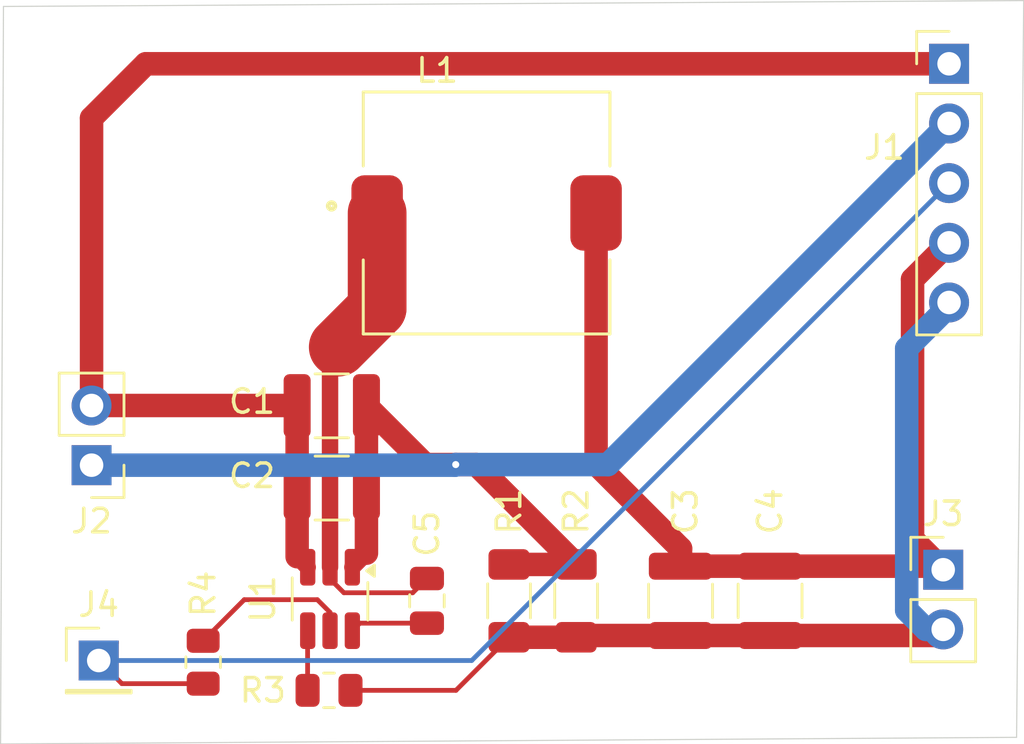
<source format=kicad_pcb>
(kicad_pcb (version 20241229) (generator "pcbnew") (generator_version "9.0")
  (layers (0 "F.Cu" signal) (2 "B.Cu" signal) (13 "F.Paste" user) (15 "B.Paste" user) (5 "F.SilkS" user "F.Silkscreen") (7 "B.SilkS" user "B.Silkscreen") (1 "F.Mask" user) (3 "B.Mask" user) (25 "Edge.Cuts" user))
  (net 0 "")
  (net 1 "GND")
  (net 2 "VIN+")
  (net 3 "LED+")
  (net 4 "Net-(U1-BST)")
  (net 5 "Net-(U1-SW)")
  (net 6 "LED-")
  (net 7 "DIM")
  (net 8 "Net-(U1-FB)")
  (net 9 "Net-(U1-EN{slash}DIM)")
  (footprint "Resistor_SMD:R_1206_3216Metric_Pad1.30x1.75mm_HandSolder" (layer "F.Cu") (at 171.77 114.3 90)
    (property "Reference" "R1" (at 3.81 0 90) (layer "F.SilkS"))
    (property "Value" "0.1")
    (fp_line (start -0.727064 -0.91) (end 0.727064 -0.91) (stroke (width 0.12)) (layer "F.SilkS"))
    (fp_line (start -0.727064 0.91) (end 0.727064 0.91) (stroke (width 0.12)) (layer "F.SilkS"))
    (pad "1" smd roundrect (at -1.55 0 90) (size 1.3 1.75) (layers "F.Cu" "F.Mask" "F.Paste") (roundrect_rratio 0.192308) (net 6 "LED-"))
    (pad "2" smd roundrect (at 1.55 0 90) (size 1.3 1.75) (layers "F.Cu" "F.Mask" "F.Paste") (roundrect_rratio 0.192308) (net 1 "GND"))
  )
  (footprint "Resistor_SMD:R_1206_3216Metric_Pad1.30x1.75mm_HandSolder" (layer "F.Cu") (at 174.625 114.3 90)
    (property "Reference" "R2" (at 3.81 0 90) (layer "F.SilkS"))
    (property "Value" "0.2")
    (fp_line (start -0.727064 -0.91) (end 0.727064 -0.91) (stroke (width 0.12)) (layer "F.SilkS"))
    (fp_line (start -0.727064 0.91) (end 0.727064 0.91) (stroke (width 0.12)) (layer "F.SilkS"))
    (pad "1" smd roundrect (at -1.55 0 90) (size 1.3 1.75) (layers "F.Cu" "F.Mask" "F.Paste") (roundrect_rratio 0.192308) (net 6 "LED-"))
    (pad "2" smd roundrect (at 1.55 0 90) (size 1.3 1.75) (layers "F.Cu" "F.Mask" "F.Paste") (roundrect_rratio 0.192308) (net 1 "GND"))
  )
  (footprint "Capacitor_SMD:C_1210_3225Metric" (layer "F.Cu") (at 164.225 106)
    (property "Reference" "C1" (at -3.395 -0.185 0) (layer "F.SilkS"))
    (property "Value" "10uF")
    (fp_line (start -0.711252 -1.36) (end 0.711252 -1.36) (stroke (width 0.12)) (layer "F.SilkS"))
    (fp_line (start -0.711252 1.36) (end 0.711252 1.36) (stroke (width 0.12)) (layer "F.SilkS"))
    (pad "1" smd roundrect (at -1.475 0) (size 1.15 2.7) (layers "F.Cu" "F.Mask" "F.Paste") (roundrect_rratio 0.217391) (net 2 "VIN+"))
    (pad "2" smd roundrect (at 1.475 0) (size 1.15 2.7) (layers "F.Cu" "F.Mask" "F.Paste") (roundrect_rratio 0.217391) (net 1 "GND"))
  )
  (footprint "Inductor_SMD:SRR1050A" (layer "F.Cu") (at 170.815 97.79)
    (property "Reference" "L1" (at -2.10552 -6.06652 0) (layer "F.SilkS") (effects (font (size 1.000252 1.000252))))
    (property "Value" "10uH")
    (fp_line (start -5.25 -5.15) (end -5.25 -2) (stroke (width 0.127)) (layer "F.SilkS"))
    (fp_line (start -5.25 -5.15) (end 5.25 -5.15) (stroke (width 0.127)) (layer "F.SilkS"))
    (fp_line (start -5.25 2) (end -5.25 5.15) (stroke (width 0.127)) (layer "F.SilkS"))
    (fp_line (start -5.25 5.15) (end 5.25 5.15) (stroke (width 0.127)) (layer "F.SilkS"))
    (fp_line (start 5.25 -5.15) (end 5.25 -2) (stroke (width 0.127)) (layer "F.SilkS"))
    (fp_line (start 5.25 2) (end 5.25 5.15) (stroke (width 0.127)) (layer "F.SilkS"))
    (fp_circle (center -6.6 -0.3) (end -6.458581 -0.3) (stroke (width 0.2)) (fill no) (layer "F.SilkS"))
    (pad "1" smd roundrect (at -4.66 0) (size 2.19 3.21) (layers "F.Cu" "F.Mask" "F.Paste") (net 5 "Net-(U1-SW)"))
    (pad "2" smd roundrect (at 4.66 0) (size 2.19 3.21) (layers "F.Cu" "F.Mask" "F.Paste") (net 3 "LED+"))
  )
  (footprint "Capacitor_SMD:C_1210_3225Metric" (layer "F.Cu") (at 182.88 114.3 -90)
    (property "Reference" "C4" (at -3.81 0 90) (layer "F.SilkS"))
    (property "Value" "10uF")
    (fp_line (start -0.711252 1.36) (end 0.711252 1.36) (stroke (width 0.12)) (layer "F.SilkS"))
    (fp_line (start -0.711252 -1.36) (end 0.711252 -1.36) (stroke (width 0.12)) (layer "F.SilkS"))
    (pad "1" smd roundrect (at -1.475 0 270) (size 1.15 2.7) (layers "F.Cu" "F.Mask" "F.Paste") (roundrect_rratio 0.217391) (net 3 "LED+"))
    (pad "2" smd roundrect (at 1.475 0 270) (size 1.15 2.7) (layers "F.Cu" "F.Mask" "F.Paste") (roundrect_rratio 0.217391) (net 6 "LED-"))
  )
  (footprint "Connector_PinHeader_2.54mm:PinHeader_1x05_P2.54mm_Vertical" (layer "F.Cu") (at 190.5 91.44)
    (property "Reference" "J1" (at -2.75 3.56 0) (layer "F.SilkS"))
    (property "Value" "InOut")
    (fp_line (start -1.38 -1.38) (end 0 -1.38) (stroke (width 0.12)) (layer "F.SilkS"))
    (fp_line (start -1.38 0) (end -1.38 -1.38) (stroke (width 0.12)) (layer "F.SilkS"))
    (fp_line (start -1.38 1.27) (end -1.38 11.54) (stroke (width 0.12)) (layer "F.SilkS"))
    (fp_line (start -1.38 1.27) (end 1.38 1.27) (stroke (width 0.12)) (layer "F.SilkS"))
    (fp_line (start -1.38 11.54) (end 1.38 11.54) (stroke (width 0.12)) (layer "F.SilkS"))
    (fp_line (start 1.38 1.27) (end 1.38 11.54) (stroke (width 0.12)) (layer "F.SilkS"))
    (pad "1" thru_hole rect (at 0 0) (size 1.7 1.7) (drill 1) (layers "*.Cu" "*.Mask") (net 2 "VIN+"))
    (pad "2" thru_hole circle (at 0 2.54) (size 1.7 1.7) (drill 1) (layers "*.Cu" "*.Mask") (net 1 "GND"))
    (pad "3" thru_hole circle (at 0 5.08) (size 1.7 1.7) (drill 1) (layers "*.Cu" "*.Mask") (net 7 "DIM"))
    (pad "4" thru_hole circle (at 0 7.62) (size 1.7 1.7) (drill 1) (layers "*.Cu" "*.Mask") (net 3 "LED+"))
    (pad "5" thru_hole circle (at 0 10.16) (size 1.7 1.7) (drill 1) (layers "*.Cu" "*.Mask") (net 6 "LED-"))
  )
  (footprint "Connector_PinHeader_2.54mm:PinHeader_1x02_P2.54mm_Vertical" (layer "F.Cu") (at 154 108.525 180)
    (property "Reference" "J2" (at 0 -2.38 0) (layer "F.SilkS"))
    (property "Value" "Input")
    (fp_line (start 1.38 1.27) (end 1.38 3.92) (stroke (width 0.12)) (layer "F.SilkS"))
    (fp_line (start -1.38 3.92) (end 1.38 3.92) (stroke (width 0.12)) (layer "F.SilkS"))
    (fp_line (start -1.38 1.27) (end 1.38 1.27) (stroke (width 0.12)) (layer "F.SilkS"))
    (fp_line (start -1.38 1.27) (end -1.38 3.92) (stroke (width 0.12)) (layer "F.SilkS"))
    (fp_line (start -1.38 0) (end -1.38 -1.38) (stroke (width 0.12)) (layer "F.SilkS"))
    (fp_line (start -1.38 -1.38) (end 0 -1.38) (stroke (width 0.12)) (layer "F.SilkS"))
    (pad "1" thru_hole rect (at 0 0 180) (size 1.7 1.7) (drill 1) (layers "*.Cu" "*.Mask") (net 1 "GND"))
    (pad "2" thru_hole circle (at 0 2.54 180) (size 1.7 1.7) (drill 1) (layers "*.Cu" "*.Mask") (net 2 "VIN+"))
  )
  (footprint "Capacitor_SMD:C_0805_2012Metric" (layer "F.Cu") (at 168.275 114.3 90)
    (property "Reference" "C5" (at 2.855 0 90) (layer "F.SilkS"))
    (property "Value" "10nF")
    (fp_line (start -0.261252 -0.735) (end 0.261252 -0.735) (stroke (width 0.12)) (layer "F.SilkS"))
    (fp_line (start -0.261252 0.735) (end 0.261252 0.735) (stroke (width 0.12)) (layer "F.SilkS"))
    (pad "1" smd roundrect (at -0.95 0 90) (size 1 1.45) (layers "F.Cu" "F.Mask" "F.Paste") (net 4 "Net-(U1-BST)"))
    (pad "2" smd roundrect (at 0.95 0 90) (size 1 1.45) (layers "F.Cu" "F.Mask" "F.Paste") (net 5 "Net-(U1-SW)"))
  )
  (footprint "Capacitor_SMD:C_1210_3225Metric" (layer "F.Cu") (at 164.225 109.5)
    (property "Reference" "C2" (at -3.395 -0.525 0) (layer "F.SilkS"))
    (property "Value" "10uF")
    (fp_line (start -0.711252 -1.36) (end 0.711252 -1.36) (stroke (width 0.12)) (layer "F.SilkS"))
    (fp_line (start -0.711252 1.36) (end 0.711252 1.36) (stroke (width 0.12)) (layer "F.SilkS"))
    (pad "1" smd roundrect (at -1.475 0) (size 1.15 2.7) (layers "F.Cu" "F.Mask" "F.Paste") (roundrect_rratio 0.217391) (net 2 "VIN+"))
    (pad "2" smd roundrect (at 1.475 0) (size 1.15 2.7) (layers "F.Cu" "F.Mask" "F.Paste") (roundrect_rratio 0.217391) (net 1 "GND"))
  )
  (footprint "Resistor_SMD:R_0805_2012Metric" (layer "F.Cu") (at 158.75 116.9125 90)
    (property "Reference" "R4" (at 2.9125 0 90) (layer "F.SilkS"))
    (property "Value" "1K")
    (fp_line (start -0.227064 -0.735) (end 0.227064 -0.735) (stroke (width 0.12)) (layer "F.SilkS"))
    (fp_line (start -0.227064 0.735) (end 0.227064 0.735) (stroke (width 0.12)) (layer "F.SilkS"))
    (pad "1" smd roundrect (at -0.9125 0 90) (size 1.025 1.4) (layers "F.Cu" "F.Mask" "F.Paste") (roundrect_rratio 0.243902) (net 7 "DIM"))
    (pad "2" smd roundrect (at 0.9125 0 90) (size 1.025 1.4) (layers "F.Cu" "F.Mask" "F.Paste") (roundrect_rratio 0.243902) (net 9 "Net-(U1-EN{slash}DIM)"))
  )
  (footprint "Connector_PinHeader_2.54mm:PinHeader_1x02_P2.54mm_Vertical" (layer "F.Cu") (at 190.25 112.975)
    (property "Reference" "J3" (at 0 -2.38 0) (layer "F.SilkS"))
    (property "Value" "Output")
    (fp_line (start -1.38 -1.38) (end 0 -1.38) (stroke (width 0.12)) (layer "F.SilkS"))
    (fp_line (start -1.38 0) (end -1.38 -1.38) (stroke (width 0.12)) (layer "F.SilkS"))
    (fp_line (start -1.38 1.27) (end -1.38 3.92) (stroke (width 0.12)) (layer "F.SilkS"))
    (fp_line (start -1.38 1.27) (end 1.38 1.27) (stroke (width 0.12)) (layer "F.SilkS"))
    (fp_line (start -1.38 3.92) (end 1.38 3.92) (stroke (width 0.12)) (layer "F.SilkS"))
    (fp_line (start 1.38 1.27) (end 1.38 3.92) (stroke (width 0.12)) (layer "F.SilkS"))
    (pad "1" thru_hole rect (at 0 0) (size 1.7 1.7) (drill 1) (layers "*.Cu" "*.Mask") (net 3 "LED+"))
    (pad "2" thru_hole circle (at 0 2.54) (size 1.7 1.7) (drill 1) (layers "*.Cu" "*.Mask") (net 6 "LED-"))
  )
  (footprint "Package_TO_SOT_SMD:SOT-23-6_Handsoldering" (layer "F.Cu") (at 164.15 114.22 -90)
    (property "Reference" "U1" (at 0 2.86 90) (layer "F.SilkS"))
    (property "Value" "MP2410")
    (fp_line (start -0.9 1.61) (end 0.9 1.61) (stroke (width 0.12)) (layer "F.SilkS"))
    (fp_line (start 0.1 -1.61) (end -0.7 -1.61) (stroke (width 0.12)) (layer "F.SilkS"))
    (fp_line (start 0.1 -1.61) (end 0.9 -1.61) (stroke (width 0.12)) (layer "F.SilkS"))
    (fp_poly (pts (xy -1.2 -1.56) (xy -1.44 -1.89) (xy -0.96 -1.89) (xy -1.2 -1.56)) (stroke (width 0.12)) (fill yes) (layer "F.SilkS"))
    (pad "1" smd roundrect (at -1.35 -0.95 270) (size 1.56 0.65) (layers "F.Cu" "F.Mask" "F.Paste") (net 1 "GND"))
    (pad "2" smd roundrect (at -1.35 0 270) (size 1.56 0.65) (layers "F.Cu" "F.Mask" "F.Paste") (net 5 "Net-(U1-SW)"))
    (pad "3" smd roundrect (at -1.35 0.95 270) (size 1.56 0.65) (layers "F.Cu" "F.Mask" "F.Paste") (net 2 "VIN+"))
    (pad "4" smd roundrect (at 1.35 0.95 270) (size 1.56 0.65) (layers "F.Cu" "F.Mask" "F.Paste") (net 8 "Net-(U1-FB)"))
    (pad "5" smd roundrect (at 1.35 0 270) (size 1.56 0.65) (layers "F.Cu" "F.Mask" "F.Paste") (net 9 "Net-(U1-EN{slash}DIM)"))
    (pad "6" smd roundrect (at 1.35 -0.95 270) (size 1.56 0.65) (layers "F.Cu" "F.Mask" "F.Paste") (net 4 "Net-(U1-BST)"))
  )
  (footprint "Resistor_SMD:R_0805_2012Metric" (layer "F.Cu") (at 164.1075 118.11 180)
    (property "Reference" "R3" (at 2.8175 0 0) (layer "F.SilkS"))
    (property "Value" "1K")
    (fp_line (start -0.227064 0.735) (end 0.227064 0.735) (stroke (width 0.12)) (layer "F.SilkS"))
    (fp_line (start -0.227064 -0.735) (end 0.227064 -0.735) (stroke (width 0.12)) (layer "F.SilkS"))
    (pad "1" smd roundrect (at -0.9125 0 180) (size 1.025 1.4) (layers "F.Cu" "F.Mask" "F.Paste") (roundrect_rratio 0.243902) (net 6 "LED-"))
    (pad "2" smd roundrect (at 0.9125 0 180) (size 1.025 1.4) (layers "F.Cu" "F.Mask" "F.Paste") (roundrect_rratio 0.243902) (net 8 "Net-(U1-FB)"))
  )
  (footprint "Capacitor_SMD:C_1210_3225Metric" (layer "F.Cu") (at 179.07 114.3 -90)
    (property "Reference" "C3" (at -3.81 -0.2 90) (layer "F.SilkS"))
    (property "Value" "10uF")
    (fp_line (start -0.711252 1.36) (end 0.711252 1.36) (stroke (width 0.12)) (layer "F.SilkS"))
    (fp_line (start -0.711252 -1.36) (end 0.711252 -1.36) (stroke (width 0.12)) (layer "F.SilkS"))
    (pad "1" smd roundrect (at -1.475 0 270) (size 1.15 2.7) (layers "F.Cu" "F.Mask" "F.Paste") (roundrect_rratio 0.217391) (net 3 "LED+"))
    (pad "2" smd roundrect (at 1.475 0 270) (size 1.15 2.7) (layers "F.Cu" "F.Mask" "F.Paste") (roundrect_rratio 0.217391) (net 6 "LED-"))
  )
  (footprint "Connector_PinHeader_2.54mm:PinHeader_1x01_P2.54mm_Vertical" (layer "F.Cu") (at 154.305 116.84)
    (property "Reference" "J4" (at 0 -2.38 0) (layer "F.SilkS"))
    (property "Value" "Dim")
    (fp_line (start -1.38 -1.38) (end 0 -1.38) (stroke (width 0.12)) (layer "F.SilkS"))
    (fp_line (start -1.38 0) (end -1.38 -1.38) (stroke (width 0.12)) (layer "F.SilkS"))
    (fp_line (start -1.38 1.27) (end -1.38 1.38) (stroke (width 0.12)) (layer "F.SilkS"))
    (fp_line (start -1.38 1.27) (end 1.38 1.27) (stroke (width 0.12)) (layer "F.SilkS"))
    (fp_line (start -1.38 1.38) (end 1.38 1.38) (stroke (width 0.12)) (layer "F.SilkS"))
    (fp_line (start 1.38 1.27) (end 1.38 1.38) (stroke (width 0.12)) (layer "F.SilkS"))
    (pad "1" thru_hole rect (at 0 0) (size 1.7 1.7) (drill 1) (layers "*.Cu" "*.Mask") (net 7 "DIM"))
  )
  (gr_line (start 193.676843 88.75) (end 150.25 89) (stroke (width 0.05)) (layer "Edge.Cuts"))
  (gr_line (start 150.127423 120.390615) (end 193.372577 120.109384) (stroke (width 0.05)) (layer "Edge.Cuts"))
  (gr_line (start 150.25 89) (end 150.127423 120.390615) (stroke (width 0.05)) (layer "Edge.Cuts"))
  (gr_line (start 193.372577 120.109384) (end 193.676843 88.75) (stroke (width 0.05)) (layer "Edge.Cuts"))
  (segment (start 169.5 108.5) (end 168.2 108.5) (width 1) (layer "F.Cu") (net 1))
  (segment (start 170.375 108.5) (end 174.625 112.75) (width 1) (layer "F.Cu") (net 1))
  (segment (start 165.7 112.27) (end 165.1 112.87) (width 0.7) (layer "F.Cu") (net 1))
  (segment (start 165.7 106) (end 165.7 109.5) (width 1) (layer "F.Cu") (net 1))
  (segment (start 169.5 108.5) (end 170.375 108.5) (width 1) (layer "F.Cu") (net 1))
  (segment (start 165.7 109.5) (end 165.7 112.27) (width 1) (layer "F.Cu") (net 1))
  (segment (start 171.77 112.75) (end 174.625 112.75) (width 1) (layer "F.Cu") (net 1))
  (segment (start 168.2 108.5) (end 165.7 106) (width 1) (layer "F.Cu") (net 1))
  (via (at 169.5 108.5) (size 0.6) (drill 0.3) (layers "F.Cu" "B.Cu") (net 1))
  (segment (start 154 108.525) (end 169.475 108.525) (width 1) (layer "B.Cu") (net 1))
  (segment (start 175.98 108.5) (end 169.5 108.5) (width 1) (layer "B.Cu") (net 1))
  (segment (start 169.475 108.525) (end 169.5 108.5) (width 1) (layer "B.Cu") (net 1))
  (segment (start 190.5 93.98) (end 175.98 108.5) (width 1) (layer "B.Cu") (net 1))
  (segment (start 162.75 112.42) (end 162.75 109.5) (width 1) (layer "F.Cu") (net 2))
  (segment (start 163.2 112.87) (end 162.75 112.42) (width 0.7) (layer "F.Cu") (net 2))
  (segment (start 154 105.985) (end 154 93.75) (width 1) (layer "F.Cu") (net 2))
  (segment (start 154 93.75) (end 156.31 91.44) (width 1) (layer "F.Cu") (net 2))
  (segment (start 162.735 105.985) (end 162.75 106) (width 1) (layer "F.Cu") (net 2))
  (segment (start 154 105.985) (end 162.735 105.985) (width 1) (layer "F.Cu") (net 2))
  (segment (start 162.75 109.5) (end 162.75 106) (width 1) (layer "F.Cu") (net 2))
  (segment (start 156.31 91.44) (end 190.5 91.44) (width 1) (layer "F.Cu") (net 2))
  (segment (start 179.07 112.825) (end 179.07 112.07) (width 1) (layer "F.Cu") (net 3))
  (segment (start 182.88 112.825) (end 190.1 112.825) (width 1) (layer "F.Cu") (net 3))
  (segment (start 190.1 112.825) (end 190.25 112.975) (width 1) (layer "F.Cu") (net 3))
  (segment (start 175.475 108.475) (end 175.475 97.79) (width 1) (layer "F.Cu") (net 3))
  (segment (start 188.9458 100.6142) (end 188.9458 111.6708) (width 1) (layer "F.Cu") (net 3))
  (segment (start 179.07 112.825) (end 182.88 112.825) (width 1) (layer "F.Cu") (net 3))
  (segment (start 190.5 99.06) (end 188.9458 100.6142) (width 1) (layer "F.Cu") (net 3))
  (segment (start 179.07 112.07) (end 175.475 108.475) (width 1) (layer "F.Cu") (net 3))
  (segment (start 188.9458 111.6708) (end 190.25 112.975) (width 1) (layer "F.Cu") (net 3))
  (segment (start 168.275 115.25) (end 165.42 115.25) (width 0.2032) (layer "F.Cu") (net 4))
  (segment (start 165.42 115.25) (end 165.1 115.57) (width 0.2032) (layer "F.Cu") (net 4))
  (segment (start 164.73902 113.9558) (end 167.6692 113.9558) (width 0.2032) (layer "F.Cu") (net 5))
  (segment (start 164.15 112.87) (end 164.15 103.85) (width 0.7) (layer "F.Cu") (net 5))
  (segment (start 166.155 101.845) (end 166.155 97.79) (width 2.5) (layer "F.Cu") (net 5))
  (segment (start 167.6692 113.9558) (end 168.275 113.35) (width 0.2032) (layer "F.Cu") (net 5))
  (segment (start 164.15 113.36678) (end 164.73902 113.9558) (width 0.2032) (layer "F.Cu") (net 5))
  (segment (start 164.15 103.85) (end 164.5 103.5) (width 0.5) (layer "F.Cu") (net 5))
  (segment (start 164.5 103.5) (end 166.155 101.845) (width 2.5) (layer "F.Cu") (net 5))
  (segment (start 164.15 112.87) (end 164.15 113.36678) (width 0.2032) (layer "F.Cu") (net 5))
  (segment (start 179.07 115.775) (end 174.7 115.775) (width 1) (layer "F.Cu") (net 6))
  (segment (start 179.07 115.775) (end 182.88 115.775) (width 1) (layer "F.Cu") (net 6))
  (segment (start 174.625 115.85) (end 171.77 115.85) (width 1) (layer "F.Cu") (net 6))
  (segment (start 165.02 118.11) (end 169.51 118.11) (width 0.2032) (layer "F.Cu") (net 6))
  (segment (start 174.7 115.775) (end 174.625 115.85) (width 1) (layer "F.Cu") (net 6))
  (segment (start 182.88 115.775) (end 189.99 115.775) (width 1) (layer "F.Cu") (net 6))
  (segment (start 189.99 115.775) (end 190.25 115.515) (width 1) (layer "F.Cu") (net 6))
  (segment (start 169.51 118.11) (end 171.77 115.85) (width 0.2032) (layer "F.Cu") (net 6))
  (segment (start 190.5 101.75) (end 188.6958 103.5542) (width 1) (layer "B.Cu") (net 6))
  (segment (start 188.6958 103.5542) (end 188.6958 114.6958) (width 1) (layer "B.Cu") (net 6))
  (segment (start 188.6958 114.6958) (end 189.515 115.515) (width 1) (layer "B.Cu") (net 6))
  (segment (start 190.5 101.6) (end 190.5 101.75) (width 1) (layer "B.Cu") (net 6))
  (segment (start 189.515 115.515) (end 190.25 115.515) (width 1) (layer "B.Cu") (net 6))
  (segment (start 155.29 117.825) (end 154.305 116.84) (width 0.2032) (layer "F.Cu") (net 7))
  (segment (start 158.75 117.825) (end 155.29 117.825) (width 0.2032) (layer "F.Cu") (net 7))
  (segment (start 155.0575 116.0875) (end 154.305 116.84) (width 0.2032) (layer "F.Cu") (net 7))
  (segment (start 170.18 116.84) (end 190.5 96.52) (width 0.2032) (layer "B.Cu") (net 7))
  (segment (start 154.305 116.84) (end 170.18 116.84) (width 0.2032) (layer "B.Cu") (net 7))
  (segment (start 163.195 115.575) (end 163.2 115.57) (width 0.2032) (layer "F.Cu") (net 8))
  (segment (start 163.195 118.11) (end 163.195 115.575) (width 0.2032) (layer "F.Cu") (net 8))
  (segment (start 160.5 114.25) (end 158.75 116) (width 0.2032) (layer "F.Cu") (net 9))
  (segment (start 163.609999 114.25) (end 160.5 114.25) (width 0.2032) (layer "F.Cu") (net 9))
  (segment (start 164.15 114.790001) (end 163.609999 114.25) (width 0.2032) (layer "F.Cu") (net 9))
  (segment (start 164.15 115.57) (end 164.15 114.790001) (width 0.2032) (layer "F.Cu") (net 9))
)
</source>
